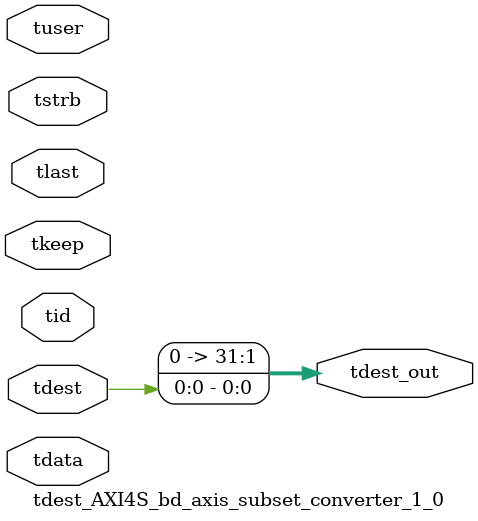
<source format=v>


`timescale 1ps/1ps

module tdest_AXI4S_bd_axis_subset_converter_1_0 #
(
parameter C_S_AXIS_TDATA_WIDTH = 32,
parameter C_S_AXIS_TUSER_WIDTH = 0,
parameter C_S_AXIS_TID_WIDTH   = 0,
parameter C_S_AXIS_TDEST_WIDTH = 0,
parameter C_M_AXIS_TDEST_WIDTH = 32
)
(
input  [(C_S_AXIS_TDATA_WIDTH == 0 ? 1 : C_S_AXIS_TDATA_WIDTH)-1:0     ] tdata,
input  [(C_S_AXIS_TUSER_WIDTH == 0 ? 1 : C_S_AXIS_TUSER_WIDTH)-1:0     ] tuser,
input  [(C_S_AXIS_TID_WIDTH   == 0 ? 1 : C_S_AXIS_TID_WIDTH)-1:0       ] tid,
input  [(C_S_AXIS_TDEST_WIDTH == 0 ? 1 : C_S_AXIS_TDEST_WIDTH)-1:0     ] tdest,
input  [(C_S_AXIS_TDATA_WIDTH/8)-1:0 ] tkeep,
input  [(C_S_AXIS_TDATA_WIDTH/8)-1:0 ] tstrb,
input                                                                    tlast,
output [C_M_AXIS_TDEST_WIDTH-1:0] tdest_out
);

assign tdest_out = {tdest[0:0]};

endmodule


</source>
